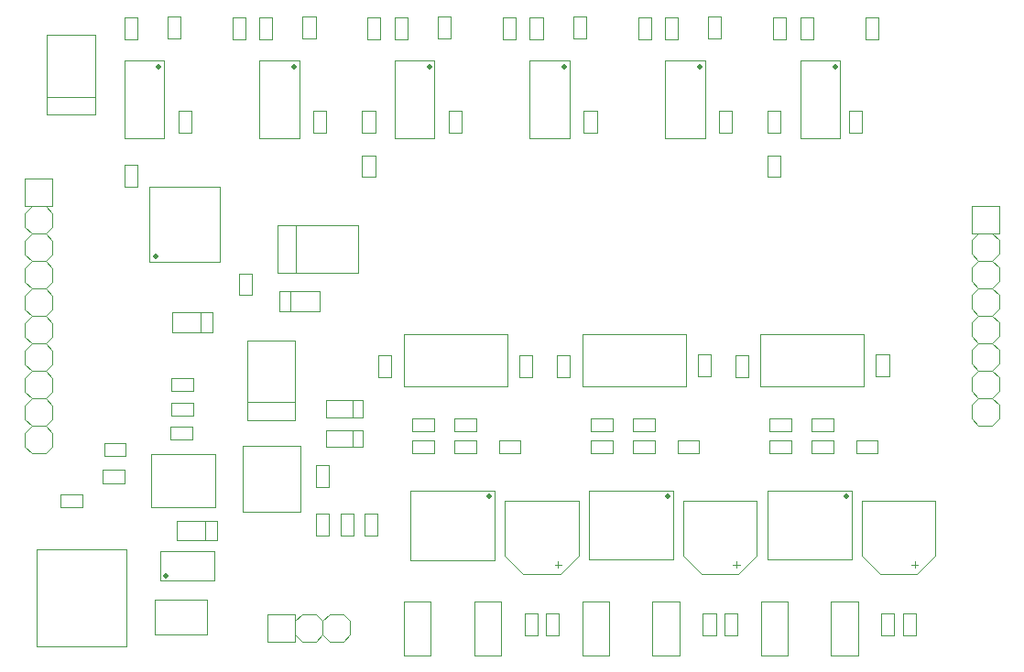
<source format=gm1>
G04*
G04 #@! TF.GenerationSoftware,Altium Limited,Altium Designer,21.9.2 (33)*
G04*
G04 Layer_Color=16711935*
%FSLAX25Y25*%
%MOIN*%
G70*
G04*
G04 #@! TF.SameCoordinates,034F36C6-47A8-4C4D-BE73-3EC9485E6904*
G04*
G04*
G04 #@! TF.FilePolarity,Positive*
G04*
G01*
G75*
%ADD12C,0.01968*%
%ADD88C,0.00394*%
D12*
X56102Y77165D02*
D03*
X53543Y262402D02*
D03*
X102756D02*
D03*
X151969D02*
D03*
X201181D02*
D03*
X250394D02*
D03*
X299606D02*
D03*
X303740Y106102D02*
D03*
X238779Y106102D02*
D03*
X173917Y105905D02*
D03*
X52370Y193189D02*
D03*
D88*
X4843Y129035D02*
X7343Y131535D01*
X4843Y124035D02*
Y129035D01*
Y124035D02*
X7343Y121535D01*
X12342D01*
X14842Y124035D01*
Y129035D01*
X12342Y131535D02*
X14842Y129035D01*
X4843Y139035D02*
X7343Y141535D01*
X4843Y134035D02*
Y139035D01*
Y134035D02*
X7343Y131535D01*
X12342D01*
X14842Y134035D01*
Y139035D01*
X12342Y141535D02*
X14842Y139035D01*
X12342Y151535D02*
X14842Y149035D01*
Y144035D02*
Y149035D01*
X12342Y141535D02*
X14842Y144035D01*
X7343Y141535D02*
X12342D01*
X4843Y144035D02*
X7343Y141535D01*
X4843Y144035D02*
Y149035D01*
X7343Y151535D01*
X12342Y171535D02*
X14842Y169035D01*
Y164035D02*
Y169035D01*
X12342Y161535D02*
X14842Y164035D01*
X7343Y161535D02*
X12342D01*
X4843Y164035D02*
X7343Y161535D01*
X4843Y164035D02*
Y169035D01*
X7343Y171535D01*
X14842Y211535D02*
Y221535D01*
X4843Y211535D02*
X14842D01*
X4843Y221535D02*
X14842D01*
X12342Y211535D02*
X14842Y209035D01*
Y204035D02*
Y209035D01*
X12342Y201535D02*
X14842Y204035D01*
X7343Y201535D02*
X12342D01*
X4843Y204035D02*
X7343Y201535D01*
X4843Y204035D02*
Y209035D01*
X7343Y211535D01*
X4843D02*
Y221535D01*
Y199035D02*
X7343Y201535D01*
X4843Y194035D02*
Y199035D01*
Y194035D02*
X7343Y191535D01*
X12342D01*
X14842Y194035D01*
Y199035D01*
X12342Y201535D02*
X14842Y199035D01*
X12342Y191535D02*
X14842Y189035D01*
Y184035D02*
Y189035D01*
X12342Y181535D02*
X14842Y184035D01*
X7343Y181535D02*
X12342D01*
X4843Y184035D02*
X7343Y181535D01*
X4843Y184035D02*
Y189035D01*
X7343Y191535D01*
X4843Y179035D02*
X7343Y181535D01*
X4843Y174035D02*
Y179035D01*
Y174035D02*
X7343Y171535D01*
X12342D01*
X14842Y174035D01*
Y179035D01*
X12342Y181535D02*
X14842Y179035D01*
X4843Y159035D02*
X7343Y161535D01*
X4843Y154035D02*
Y159035D01*
Y154035D02*
X7343Y151535D01*
X12342D01*
X14842Y154035D01*
Y159035D01*
X12342Y161535D02*
X14842Y159035D01*
X356831Y151693D02*
X359331Y149193D01*
Y144193D02*
Y149193D01*
X356831Y141693D02*
X359331Y144193D01*
X351831Y141693D02*
X356831D01*
X349331Y144193D02*
X351831Y141693D01*
X349331Y144193D02*
Y149193D01*
X351831Y151693D01*
X356831Y171693D02*
X359331Y169193D01*
Y164193D02*
Y169193D01*
X356831Y161693D02*
X359331Y164193D01*
X351831Y161693D02*
X356831D01*
X349331Y164193D02*
X351831Y161693D01*
X349331Y164193D02*
Y169193D01*
X351831Y171693D01*
X349331Y179193D02*
X351831Y181693D01*
X349331Y174193D02*
Y179193D01*
Y174193D02*
X351831Y171693D01*
X356831D01*
X359331Y174193D01*
Y179193D01*
X356831Y181693D02*
X359331Y179193D01*
X356831Y191693D02*
X359331Y189193D01*
Y184193D02*
Y189193D01*
X356831Y181693D02*
X359331Y184193D01*
X351831Y181693D02*
X356831D01*
X349331Y184193D02*
X351831Y181693D01*
X349331Y184193D02*
Y189193D01*
X351831Y191693D01*
X349331Y201693D02*
Y211693D01*
Y199193D02*
X351831Y201693D01*
X349331Y194193D02*
Y199193D01*
Y194193D02*
X351831Y191693D01*
X356831D01*
X359331Y194193D01*
Y199193D01*
X356831Y201693D02*
X359331Y199193D01*
X349331Y211693D02*
X359331D01*
X349331Y201693D02*
X359331D01*
Y211693D01*
X349331Y159193D02*
X351831Y161693D01*
X349331Y154193D02*
Y159193D01*
Y154193D02*
X351831Y151693D01*
X356831D01*
X359331Y154193D01*
Y159193D01*
X356831Y161693D02*
X359331Y159193D01*
X349331Y139193D02*
X351831Y141693D01*
X349331Y134193D02*
Y139193D01*
Y134193D02*
X351831Y131693D01*
X356831D01*
X359331Y134193D01*
Y139193D01*
X356831Y141693D02*
X359331Y139193D01*
X124016Y123917D02*
Y130020D01*
X114464Y123917D02*
Y130020D01*
X127657D01*
Y123917D02*
Y130020D01*
X114464Y123917D02*
X127657D01*
X124016Y134744D02*
Y140847D01*
X114464Y134744D02*
Y140847D01*
X127657D01*
Y134744D02*
Y140847D01*
X114464Y134744D02*
X127657D01*
X59941Y97047D02*
X74606D01*
Y89961D02*
Y97047D01*
X59941Y89961D02*
X74606D01*
X59941D02*
Y97047D01*
X70472Y89961D02*
Y97047D01*
X58287Y172898D02*
X72953D01*
Y165811D02*
Y172898D01*
X58287Y165811D02*
X72953D01*
X58287D02*
Y172898D01*
X68819Y165811D02*
Y172898D01*
X54134Y75393D02*
X73819D01*
X54134D02*
Y86023D01*
X73819D01*
Y75393D02*
Y86023D01*
X97311Y173457D02*
X111976D01*
X97311D02*
Y180543D01*
X111976D01*
Y173457D02*
Y180543D01*
X101445Y173457D02*
Y180543D01*
X55512Y236263D02*
Y264524D01*
X40945Y236263D02*
Y264524D01*
X55512D01*
X40945Y236263D02*
X55512D01*
X104724D02*
Y264524D01*
X90158Y236263D02*
Y264524D01*
X104724D01*
X90158Y236263D02*
X104724D01*
X153937D02*
Y264524D01*
X139370Y236263D02*
Y264524D01*
X153937D01*
X139370Y236263D02*
X153937D01*
X203149D02*
Y264524D01*
X188583Y236263D02*
Y264524D01*
X203149D01*
X188583Y236263D02*
X203149D01*
X252362D02*
Y264524D01*
X237795Y236263D02*
Y264524D01*
X252362D01*
X237795Y236263D02*
X252362D01*
X301575D02*
Y264524D01*
X287008Y236263D02*
Y264524D01*
X301575D01*
X287008Y236263D02*
X301575D01*
X60630Y238389D02*
X65354D01*
X60630Y246260D02*
X65354D01*
X60630Y238389D02*
Y246260D01*
X65354Y238389D02*
Y246260D01*
X109843Y238389D02*
X114567D01*
X109843Y246260D02*
X114567D01*
X109843Y238389D02*
Y246260D01*
X114567Y238389D02*
Y246260D01*
X159055Y238389D02*
X163779D01*
X159055Y246260D02*
X163779D01*
X159055Y238389D02*
Y246260D01*
X163779Y238389D02*
Y246260D01*
X208268Y238389D02*
X212992D01*
X208268Y246260D02*
X212992D01*
X208268Y238389D02*
Y246260D01*
X212992Y238389D02*
Y246260D01*
X257480Y238389D02*
X262205D01*
X257480Y246260D02*
X262205D01*
X257480Y238389D02*
Y246260D01*
X262205Y238389D02*
Y246260D01*
X304724Y238389D02*
X309449D01*
X304724Y246260D02*
X309449D01*
X304724Y238389D02*
Y246260D01*
X309449Y238389D02*
Y246260D01*
X110827Y109452D02*
X115551D01*
X110827Y117323D02*
X115551D01*
X110827Y109452D02*
Y117323D01*
X115551Y109452D02*
Y117323D01*
X110827Y91736D02*
X115551D01*
X110827Y99606D02*
X115551D01*
X110827Y91736D02*
Y99606D01*
X115551Y91736D02*
Y99606D01*
X128543Y91736D02*
X133268D01*
X128543Y99606D02*
X133268D01*
X128543Y91736D02*
Y99606D01*
X133268Y91736D02*
Y99606D01*
X40945Y280312D02*
X45669D01*
X40945Y272441D02*
X45669D01*
Y280312D01*
X40945Y272441D02*
Y280312D01*
X80315D02*
X85039D01*
X80315Y272441D02*
X85039D01*
Y280312D01*
X80315Y272441D02*
Y280312D01*
X90158D02*
X94882D01*
X90158Y272441D02*
X94882D01*
Y280312D01*
X90158Y272441D02*
Y280312D01*
X129528D02*
X134252D01*
X129528Y272441D02*
X134252D01*
Y280312D01*
X129528Y272441D02*
Y280312D01*
X139370Y280312D02*
X144095D01*
X139370Y272441D02*
X144095D01*
Y280312D01*
X139370Y272441D02*
Y280312D01*
X178740Y280312D02*
X183465D01*
X178740Y272441D02*
X183465D01*
Y280312D01*
X178740Y272441D02*
Y280312D01*
X188583D02*
X193307D01*
X188583Y272441D02*
X193307D01*
Y280312D01*
X188583Y272441D02*
Y280312D01*
X227953D02*
X232677D01*
X227953Y272441D02*
X232677D01*
Y280312D01*
X227953Y272441D02*
Y280312D01*
X237795D02*
X242520D01*
X237795Y272441D02*
X242520D01*
Y280312D01*
X237795Y272441D02*
Y280312D01*
X277165D02*
X281890D01*
X277165Y272441D02*
X281890D01*
Y280312D01*
X277165Y272441D02*
Y280312D01*
X287008D02*
X291732D01*
X287008Y272441D02*
X291732D01*
Y280312D01*
X287008Y272441D02*
Y280312D01*
X310630D02*
X315354D01*
X310630Y272441D02*
X315354D01*
Y280312D01*
X310630Y272441D02*
Y280312D01*
X298229Y67716D02*
X308071D01*
X298229Y48031D02*
Y67716D01*
Y48031D02*
X308071D01*
Y67716D01*
X272638D02*
X282481D01*
X272638Y48031D02*
Y67716D01*
Y48031D02*
X282481D01*
Y67716D01*
X275791Y121653D02*
Y126378D01*
X283661Y121653D02*
Y126378D01*
X275791D02*
X283661D01*
X275791Y121653D02*
X283661D01*
X299013D02*
Y126378D01*
X291142Y121653D02*
Y126378D01*
Y121653D02*
X299013D01*
X291142Y126378D02*
X299013D01*
Y129528D02*
Y134252D01*
X291142Y129528D02*
Y134252D01*
Y129528D02*
X299013D01*
X291142Y134252D02*
X299013D01*
X272579Y146063D02*
Y164961D01*
Y146063D02*
X310099D01*
Y164961D01*
X272579D02*
X310099D01*
X263386Y157280D02*
X268110D01*
X263386Y149409D02*
X268110D01*
Y157280D01*
X263386Y149409D02*
Y157280D01*
X233268Y67716D02*
X243111D01*
X233268Y48031D02*
Y67716D01*
Y48031D02*
X243111D01*
Y67716D01*
X207678D02*
X217520D01*
X207678Y48031D02*
Y67716D01*
Y48031D02*
X217520D01*
Y67716D01*
X168308D02*
X178150D01*
X168308Y48031D02*
Y67716D01*
Y48031D02*
X178150D01*
Y67716D01*
X142717D02*
X152560D01*
X142717Y48031D02*
Y67716D01*
Y48031D02*
X152560D01*
Y67716D01*
X210830Y121653D02*
Y126378D01*
X218701Y121653D02*
Y126378D01*
X210830D02*
X218701D01*
X210830Y121653D02*
X218701D01*
X145869D02*
Y126378D01*
X153740Y121653D02*
Y126378D01*
X145869D02*
X153740D01*
X145869Y121653D02*
X153740D01*
X234052D02*
Y126378D01*
X226181Y121653D02*
Y126378D01*
Y121653D02*
X234052D01*
X226181Y126378D02*
X234052D01*
Y129528D02*
Y134252D01*
X226181Y129528D02*
Y134252D01*
Y129528D02*
X234052D01*
X226181Y134252D02*
X234052D01*
X169091Y121653D02*
Y126378D01*
X161221Y121653D02*
Y126378D01*
Y121653D02*
X169091D01*
X161221Y126378D02*
X169091D01*
Y129528D02*
Y134252D01*
X161221Y129528D02*
Y134252D01*
Y129528D02*
X169091D01*
X161221Y134252D02*
X169091D01*
X207776Y146063D02*
Y164961D01*
Y146063D02*
X245296D01*
Y164961D01*
X207776D02*
X245296D01*
X142815Y146063D02*
Y164961D01*
Y146063D02*
X180335D01*
Y164961D01*
X142815D02*
X180335D01*
X198425Y157280D02*
X203150D01*
X198425Y149409D02*
X203150D01*
Y157280D01*
X198425Y149409D02*
Y157280D01*
X133465D02*
X138189D01*
X133465Y149409D02*
X138189D01*
Y157280D01*
X133465Y149409D02*
Y157280D01*
X41138Y110827D02*
Y115551D01*
X33268Y110827D02*
Y115551D01*
Y110827D02*
X41138D01*
X33268Y115551D02*
X41138D01*
X33665Y120669D02*
Y125394D01*
X41535Y120669D02*
Y125394D01*
X33665D02*
X41535D01*
X33665Y120669D02*
X41535D01*
X58271Y144291D02*
Y149016D01*
X66142Y144291D02*
Y149016D01*
X58271D02*
X66142D01*
X58271Y144291D02*
X66142D01*
X83988Y124205D02*
X104988D01*
X83988Y100205D02*
X104988D01*
Y124205D01*
X83988Y100205D02*
Y124205D01*
X93268Y63071D02*
X103268D01*
Y53071D02*
Y63071D01*
X93268Y53071D02*
Y63071D01*
X103268Y60571D02*
X105768Y63071D01*
X110768D01*
X113268Y60571D01*
Y55571D02*
Y60571D01*
X110768Y53071D02*
X113268Y55571D01*
X105768Y53071D02*
X110768D01*
X103268Y55571D02*
X105768Y53071D01*
X93268D02*
X103268D01*
X113268Y55571D02*
X115768Y53071D01*
X120768D01*
X123268Y55571D01*
Y60571D01*
X120768Y63071D02*
X123268Y60571D01*
X115768Y63071D02*
X120768D01*
X113268Y60571D02*
X115768Y63071D01*
X52127Y55670D02*
Y68347D01*
Y55670D02*
X71103D01*
Y68347D01*
X52127D02*
X71103D01*
X305709Y82873D02*
Y108070D01*
X275000Y82873D02*
X305709D01*
X275000D02*
Y108070D01*
X305709D01*
X240748Y82873D02*
Y108070D01*
X210039Y82873D02*
X240748D01*
X210039D02*
Y108070D01*
X240748D01*
X175886Y82676D02*
Y107873D01*
X145177Y82676D02*
X175886D01*
X145177D02*
Y107873D01*
X175886D01*
X50205Y191299D02*
X75796D01*
Y218701D01*
X50205D02*
X75796D01*
X50205Y191299D02*
Y218701D01*
X50803Y102091D02*
X74228D01*
X50803D02*
X50803Y102091D01*
Y121382D01*
X74228D01*
Y102091D02*
Y121382D01*
X56693Y272838D02*
X61417D01*
X56693Y280709D02*
X61417D01*
X56693Y272838D02*
Y280709D01*
X61417Y272838D02*
Y280709D01*
X105905Y272838D02*
X110630D01*
X105905Y280709D02*
X110630D01*
X105905Y272838D02*
Y280709D01*
X110630Y272838D02*
Y280709D01*
X155118Y272838D02*
X159843D01*
X155118Y280709D02*
X159843D01*
X155118Y272838D02*
Y280709D01*
X159843Y272838D02*
Y280709D01*
X275197Y230115D02*
X279921D01*
X275197Y222244D02*
X279921D01*
Y230115D01*
X275197Y222244D02*
Y230115D01*
X253543Y272838D02*
X258268D01*
X253543Y280709D02*
X258268D01*
X253543Y272838D02*
Y280709D01*
X258268Y272838D02*
Y280709D01*
X119685Y91736D02*
X124409D01*
X119685Y99606D02*
X124409D01*
X119685Y91736D02*
Y99606D01*
X124409Y91736D02*
Y99606D01*
X316535Y55318D02*
X321260D01*
X316535Y63189D02*
X321260D01*
X316535Y55318D02*
Y63189D01*
X321260Y55318D02*
Y63189D01*
X329528Y81102D02*
X329921D01*
X327559D02*
X329528D01*
X328740Y79921D02*
Y82284D01*
X309449Y104331D02*
X336221D01*
X309449Y84252D02*
Y104331D01*
Y84252D02*
X316142Y77559D01*
X329528D01*
X336221Y84252D01*
Y104331D01*
X324410Y55318D02*
X329134D01*
X324410Y63189D02*
X329134D01*
X324410Y55318D02*
Y63189D01*
X329134Y55318D02*
Y63189D01*
X275791Y129528D02*
Y134252D01*
X283661Y129528D02*
Y134252D01*
X275791D02*
X283661D01*
X275791Y129528D02*
X283661D01*
X307287Y121653D02*
Y126378D01*
X315158Y121653D02*
Y126378D01*
X307287D02*
X315158D01*
X307287Y121653D02*
X315158D01*
X314567Y149806D02*
X319291D01*
X314567Y157677D02*
X319291D01*
X314567Y149806D02*
Y157677D01*
X319291Y149806D02*
Y157677D01*
X251575Y55318D02*
X256299D01*
X251575Y63189D02*
X256299D01*
X251575Y55318D02*
Y63189D01*
X256299Y55318D02*
Y63189D01*
X186614Y55318D02*
X191339D01*
X186614Y63189D02*
X191339D01*
X186614Y55318D02*
Y63189D01*
X191339Y55318D02*
Y63189D01*
X264567Y81102D02*
X264961D01*
X262598D02*
X264567D01*
X263779Y79921D02*
Y82284D01*
X244488Y104331D02*
X271260D01*
X244488Y84252D02*
Y104331D01*
Y84252D02*
X251181Y77559D01*
X264567D01*
X271260Y84252D01*
Y104331D01*
X199606Y81102D02*
X200000D01*
X197638D02*
X199606D01*
X198819Y79921D02*
Y82284D01*
X179528Y104331D02*
X206299D01*
X179528Y84252D02*
Y104331D01*
Y84252D02*
X186221Y77559D01*
X199606D01*
X206299Y84252D01*
Y104331D01*
X259449Y55318D02*
X264173D01*
X259449Y63189D02*
X264173D01*
X259449Y55318D02*
Y63189D01*
X264173Y55318D02*
Y63189D01*
X194488Y55318D02*
X199213D01*
X194488Y63189D02*
X199213D01*
X194488Y55318D02*
Y63189D01*
X199213Y55318D02*
Y63189D01*
X210830Y129528D02*
Y134252D01*
X218701Y129528D02*
Y134252D01*
X210830D02*
X218701D01*
X210830Y129528D02*
X218701D01*
X242326Y121653D02*
Y126378D01*
X250197Y121653D02*
Y126378D01*
X242326D02*
X250197D01*
X242326Y121653D02*
X250197D01*
X145869Y129528D02*
Y134252D01*
X153740Y129528D02*
Y134252D01*
X145869D02*
X153740D01*
X145869Y129528D02*
X153740D01*
X177365Y121653D02*
Y126378D01*
X185236Y121653D02*
Y126378D01*
X177365D02*
X185236D01*
X177365Y121653D02*
X185236D01*
X249606Y149806D02*
X254331D01*
X249606Y157677D02*
X254331D01*
X249606Y149806D02*
Y157677D01*
X254331Y149806D02*
Y157677D01*
X40945Y218704D02*
X45669D01*
X40945Y226575D02*
X45669D01*
X40945Y218704D02*
Y226575D01*
X45669Y218704D02*
Y226575D01*
X204331Y272838D02*
X209055D01*
X204331Y280709D02*
X209055D01*
X204331Y272838D02*
Y280709D01*
X209055Y272838D02*
Y280709D01*
X127559Y230115D02*
X132283D01*
X127559Y222244D02*
X132283D01*
Y230115D01*
X127559Y222244D02*
Y230115D01*
X184646Y157280D02*
X189370D01*
X184646Y149409D02*
X189370D01*
Y157280D01*
X184646Y149409D02*
Y157280D01*
X85728Y133662D02*
X103248D01*
X85728Y162797D02*
X103248D01*
X85728Y140256D02*
X103248D01*
X103248Y133662D02*
Y162797D01*
X85728Y133662D02*
Y162797D01*
X275197Y238389D02*
X279921D01*
X275197Y246260D02*
X279921D01*
X275197Y238389D02*
Y246260D01*
X279921Y238389D02*
Y246260D01*
X127559Y238389D02*
X132283D01*
X127559Y246260D02*
X132283D01*
X127559Y238389D02*
Y246260D01*
X132283Y238389D02*
Y246260D01*
X58271Y135433D02*
Y140157D01*
X66142Y135433D02*
Y140157D01*
X58271D02*
X66142D01*
X58271Y135433D02*
X66142D01*
X65745Y126575D02*
Y131299D01*
X57874Y126575D02*
Y131299D01*
Y126575D02*
X65745D01*
X57874Y131299D02*
X65745D01*
X12893Y244882D02*
X30413D01*
X12893Y274017D02*
X30413D01*
X12894Y251476D02*
X30413D01*
X30413Y244882D02*
Y274017D01*
X12893Y244882D02*
Y274017D01*
X17917Y101969D02*
Y106693D01*
X25787Y101969D02*
Y106693D01*
X17917D02*
X25787D01*
X17917Y101969D02*
X25787D01*
X82638Y179263D02*
X87362D01*
X82638Y187134D02*
X87362D01*
X82638Y179263D02*
Y187134D01*
X87362Y179263D02*
Y187134D01*
X9252Y51181D02*
Y86614D01*
Y51181D02*
X41929D01*
Y86614D01*
X9252D02*
X41929D01*
X96819Y187241D02*
Y204760D01*
X125954Y187241D02*
Y204760D01*
X103413Y187240D02*
Y204760D01*
X96819Y187241D02*
X125954D01*
X96819Y204760D02*
X125954D01*
M02*

</source>
